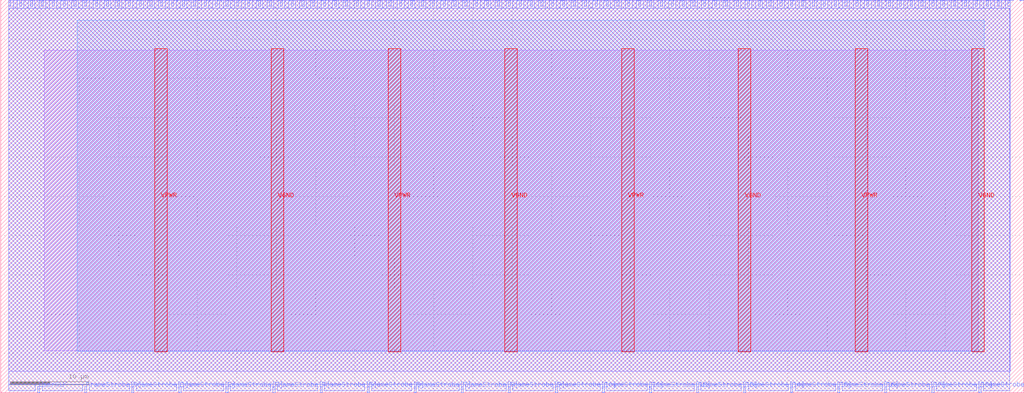
<source format=lef>
VERSION 5.7 ;
  NOWIREEXTENSIONATPIN ON ;
  DIVIDERCHAR "/" ;
  BUSBITCHARS "[]" ;
MACRO S_term_RAM_IO
  CLASS BLOCK ;
  FOREIGN S_term_RAM_IO ;
  ORIGIN 0.000 0.000 ;
  SIZE 130.000 BY 50.000 ;
  PIN FrameStrobe[0]
    DIRECTION INPUT ;
    USE SIGNAL ;
    ANTENNAGATEAREA 0.196500 ;
    PORT
      LAYER met2 ;
        RECT 10.670 0.000 10.950 0.800 ;
    END
  END FrameStrobe[0]
  PIN FrameStrobe[10]
    DIRECTION INPUT ;
    USE SIGNAL ;
    ANTENNAGATEAREA 0.196500 ;
    PORT
      LAYER met2 ;
        RECT 70.470 0.000 70.750 0.800 ;
    END
  END FrameStrobe[10]
  PIN FrameStrobe[11]
    DIRECTION INPUT ;
    USE SIGNAL ;
    ANTENNAGATEAREA 0.196500 ;
    PORT
      LAYER met2 ;
        RECT 76.450 0.000 76.730 0.800 ;
    END
  END FrameStrobe[11]
  PIN FrameStrobe[12]
    DIRECTION INPUT ;
    USE SIGNAL ;
    ANTENNAGATEAREA 0.196500 ;
    PORT
      LAYER met2 ;
        RECT 82.430 0.000 82.710 0.800 ;
    END
  END FrameStrobe[12]
  PIN FrameStrobe[13]
    DIRECTION INPUT ;
    USE SIGNAL ;
    ANTENNAGATEAREA 0.196500 ;
    PORT
      LAYER met2 ;
        RECT 88.410 0.000 88.690 0.800 ;
    END
  END FrameStrobe[13]
  PIN FrameStrobe[14]
    DIRECTION INPUT ;
    USE SIGNAL ;
    ANTENNAGATEAREA 0.196500 ;
    PORT
      LAYER met2 ;
        RECT 94.390 0.000 94.670 0.800 ;
    END
  END FrameStrobe[14]
  PIN FrameStrobe[15]
    DIRECTION INPUT ;
    USE SIGNAL ;
    ANTENNAGATEAREA 0.196500 ;
    PORT
      LAYER met2 ;
        RECT 100.370 0.000 100.650 0.800 ;
    END
  END FrameStrobe[15]
  PIN FrameStrobe[16]
    DIRECTION INPUT ;
    USE SIGNAL ;
    ANTENNAGATEAREA 0.196500 ;
    PORT
      LAYER met2 ;
        RECT 106.350 0.000 106.630 0.800 ;
    END
  END FrameStrobe[16]
  PIN FrameStrobe[17]
    DIRECTION INPUT ;
    USE SIGNAL ;
    ANTENNAGATEAREA 0.196500 ;
    PORT
      LAYER met2 ;
        RECT 112.330 0.000 112.610 0.800 ;
    END
  END FrameStrobe[17]
  PIN FrameStrobe[18]
    DIRECTION INPUT ;
    USE SIGNAL ;
    ANTENNAGATEAREA 0.196500 ;
    PORT
      LAYER met2 ;
        RECT 118.310 0.000 118.590 0.800 ;
    END
  END FrameStrobe[18]
  PIN FrameStrobe[19]
    DIRECTION INPUT ;
    USE SIGNAL ;
    ANTENNAGATEAREA 0.196500 ;
    PORT
      LAYER met2 ;
        RECT 124.290 0.000 124.570 0.800 ;
    END
  END FrameStrobe[19]
  PIN FrameStrobe[1]
    DIRECTION INPUT ;
    USE SIGNAL ;
    ANTENNAGATEAREA 0.196500 ;
    PORT
      LAYER met2 ;
        RECT 16.650 0.000 16.930 0.800 ;
    END
  END FrameStrobe[1]
  PIN FrameStrobe[2]
    DIRECTION INPUT ;
    USE SIGNAL ;
    ANTENNAGATEAREA 0.196500 ;
    PORT
      LAYER met2 ;
        RECT 22.630 0.000 22.910 0.800 ;
    END
  END FrameStrobe[2]
  PIN FrameStrobe[3]
    DIRECTION INPUT ;
    USE SIGNAL ;
    ANTENNAGATEAREA 0.196500 ;
    PORT
      LAYER met2 ;
        RECT 28.610 0.000 28.890 0.800 ;
    END
  END FrameStrobe[3]
  PIN FrameStrobe[4]
    DIRECTION INPUT ;
    USE SIGNAL ;
    ANTENNAGATEAREA 0.196500 ;
    PORT
      LAYER met2 ;
        RECT 34.590 0.000 34.870 0.800 ;
    END
  END FrameStrobe[4]
  PIN FrameStrobe[5]
    DIRECTION INPUT ;
    USE SIGNAL ;
    ANTENNAGATEAREA 0.196500 ;
    PORT
      LAYER met2 ;
        RECT 40.570 0.000 40.850 0.800 ;
    END
  END FrameStrobe[5]
  PIN FrameStrobe[6]
    DIRECTION INPUT ;
    USE SIGNAL ;
    ANTENNAGATEAREA 0.196500 ;
    PORT
      LAYER met2 ;
        RECT 46.550 0.000 46.830 0.800 ;
    END
  END FrameStrobe[6]
  PIN FrameStrobe[7]
    DIRECTION INPUT ;
    USE SIGNAL ;
    ANTENNAGATEAREA 0.196500 ;
    PORT
      LAYER met2 ;
        RECT 52.530 0.000 52.810 0.800 ;
    END
  END FrameStrobe[7]
  PIN FrameStrobe[8]
    DIRECTION INPUT ;
    USE SIGNAL ;
    ANTENNAGATEAREA 0.196500 ;
    PORT
      LAYER met2 ;
        RECT 58.510 0.000 58.790 0.800 ;
    END
  END FrameStrobe[8]
  PIN FrameStrobe[9]
    DIRECTION INPUT ;
    USE SIGNAL ;
    ANTENNAGATEAREA 0.196500 ;
    PORT
      LAYER met2 ;
        RECT 64.490 0.000 64.770 0.800 ;
    END
  END FrameStrobe[9]
  PIN FrameStrobe_O[0]
    DIRECTION OUTPUT TRISTATE ;
    USE SIGNAL ;
    ANTENNADIFFAREA 0.795200 ;
    PORT
      LAYER met2 ;
        RECT 101.750 49.200 102.030 50.000 ;
    END
  END FrameStrobe_O[0]
  PIN FrameStrobe_O[10]
    DIRECTION OUTPUT TRISTATE ;
    USE SIGNAL ;
    ANTENNADIFFAREA 0.795200 ;
    PORT
      LAYER met2 ;
        RECT 115.550 49.200 115.830 50.000 ;
    END
  END FrameStrobe_O[10]
  PIN FrameStrobe_O[11]
    DIRECTION OUTPUT TRISTATE ;
    USE SIGNAL ;
    ANTENNADIFFAREA 0.795200 ;
    PORT
      LAYER met2 ;
        RECT 116.930 49.200 117.210 50.000 ;
    END
  END FrameStrobe_O[11]
  PIN FrameStrobe_O[12]
    DIRECTION OUTPUT TRISTATE ;
    USE SIGNAL ;
    ANTENNADIFFAREA 0.795200 ;
    PORT
      LAYER met2 ;
        RECT 118.310 49.200 118.590 50.000 ;
    END
  END FrameStrobe_O[12]
  PIN FrameStrobe_O[13]
    DIRECTION OUTPUT TRISTATE ;
    USE SIGNAL ;
    ANTENNADIFFAREA 0.795200 ;
    PORT
      LAYER met2 ;
        RECT 119.690 49.200 119.970 50.000 ;
    END
  END FrameStrobe_O[13]
  PIN FrameStrobe_O[14]
    DIRECTION OUTPUT TRISTATE ;
    USE SIGNAL ;
    ANTENNADIFFAREA 0.795200 ;
    PORT
      LAYER met2 ;
        RECT 121.070 49.200 121.350 50.000 ;
    END
  END FrameStrobe_O[14]
  PIN FrameStrobe_O[15]
    DIRECTION OUTPUT TRISTATE ;
    USE SIGNAL ;
    ANTENNADIFFAREA 0.795200 ;
    PORT
      LAYER met2 ;
        RECT 122.450 49.200 122.730 50.000 ;
    END
  END FrameStrobe_O[15]
  PIN FrameStrobe_O[16]
    DIRECTION OUTPUT TRISTATE ;
    USE SIGNAL ;
    ANTENNADIFFAREA 0.795200 ;
    PORT
      LAYER met2 ;
        RECT 123.830 49.200 124.110 50.000 ;
    END
  END FrameStrobe_O[16]
  PIN FrameStrobe_O[17]
    DIRECTION OUTPUT TRISTATE ;
    USE SIGNAL ;
    ANTENNADIFFAREA 0.795200 ;
    PORT
      LAYER met2 ;
        RECT 125.210 49.200 125.490 50.000 ;
    END
  END FrameStrobe_O[17]
  PIN FrameStrobe_O[18]
    DIRECTION OUTPUT TRISTATE ;
    USE SIGNAL ;
    ANTENNADIFFAREA 0.795200 ;
    PORT
      LAYER met2 ;
        RECT 126.590 49.200 126.870 50.000 ;
    END
  END FrameStrobe_O[18]
  PIN FrameStrobe_O[19]
    DIRECTION OUTPUT TRISTATE ;
    USE SIGNAL ;
    ANTENNADIFFAREA 0.795200 ;
    PORT
      LAYER met2 ;
        RECT 127.970 49.200 128.250 50.000 ;
    END
  END FrameStrobe_O[19]
  PIN FrameStrobe_O[1]
    DIRECTION OUTPUT TRISTATE ;
    USE SIGNAL ;
    ANTENNADIFFAREA 0.795200 ;
    PORT
      LAYER met2 ;
        RECT 103.130 49.200 103.410 50.000 ;
    END
  END FrameStrobe_O[1]
  PIN FrameStrobe_O[2]
    DIRECTION OUTPUT TRISTATE ;
    USE SIGNAL ;
    ANTENNADIFFAREA 0.445500 ;
    PORT
      LAYER met2 ;
        RECT 104.510 49.200 104.790 50.000 ;
    END
  END FrameStrobe_O[2]
  PIN FrameStrobe_O[3]
    DIRECTION OUTPUT TRISTATE ;
    USE SIGNAL ;
    ANTENNADIFFAREA 0.445500 ;
    PORT
      LAYER met2 ;
        RECT 105.890 49.200 106.170 50.000 ;
    END
  END FrameStrobe_O[3]
  PIN FrameStrobe_O[4]
    DIRECTION OUTPUT TRISTATE ;
    USE SIGNAL ;
    ANTENNADIFFAREA 0.795200 ;
    PORT
      LAYER met2 ;
        RECT 107.270 49.200 107.550 50.000 ;
    END
  END FrameStrobe_O[4]
  PIN FrameStrobe_O[5]
    DIRECTION OUTPUT TRISTATE ;
    USE SIGNAL ;
    ANTENNADIFFAREA 0.795200 ;
    PORT
      LAYER met2 ;
        RECT 108.650 49.200 108.930 50.000 ;
    END
  END FrameStrobe_O[5]
  PIN FrameStrobe_O[6]
    DIRECTION OUTPUT TRISTATE ;
    USE SIGNAL ;
    ANTENNADIFFAREA 0.795200 ;
    PORT
      LAYER met2 ;
        RECT 110.030 49.200 110.310 50.000 ;
    END
  END FrameStrobe_O[6]
  PIN FrameStrobe_O[7]
    DIRECTION OUTPUT TRISTATE ;
    USE SIGNAL ;
    ANTENNADIFFAREA 0.795200 ;
    PORT
      LAYER met2 ;
        RECT 111.410 49.200 111.690 50.000 ;
    END
  END FrameStrobe_O[7]
  PIN FrameStrobe_O[8]
    DIRECTION OUTPUT TRISTATE ;
    USE SIGNAL ;
    ANTENNADIFFAREA 0.795200 ;
    PORT
      LAYER met2 ;
        RECT 112.790 49.200 113.070 50.000 ;
    END
  END FrameStrobe_O[8]
  PIN FrameStrobe_O[9]
    DIRECTION OUTPUT TRISTATE ;
    USE SIGNAL ;
    ANTENNADIFFAREA 0.795200 ;
    PORT
      LAYER met2 ;
        RECT 114.170 49.200 114.450 50.000 ;
    END
  END FrameStrobe_O[9]
  PIN N1BEG[0]
    DIRECTION OUTPUT TRISTATE ;
    USE SIGNAL ;
    ANTENNADIFFAREA 0.795200 ;
    PORT
      LAYER met2 ;
        RECT 1.010 49.200 1.290 50.000 ;
    END
  END N1BEG[0]
  PIN N1BEG[1]
    DIRECTION OUTPUT TRISTATE ;
    USE SIGNAL ;
    ANTENNADIFFAREA 0.795200 ;
    PORT
      LAYER met2 ;
        RECT 2.390 49.200 2.670 50.000 ;
    END
  END N1BEG[1]
  PIN N1BEG[2]
    DIRECTION OUTPUT TRISTATE ;
    USE SIGNAL ;
    ANTENNADIFFAREA 0.795200 ;
    PORT
      LAYER met2 ;
        RECT 3.770 49.200 4.050 50.000 ;
    END
  END N1BEG[2]
  PIN N1BEG[3]
    DIRECTION OUTPUT TRISTATE ;
    USE SIGNAL ;
    ANTENNADIFFAREA 0.795200 ;
    PORT
      LAYER met2 ;
        RECT 5.150 49.200 5.430 50.000 ;
    END
  END N1BEG[3]
  PIN N2BEG[0]
    DIRECTION OUTPUT TRISTATE ;
    USE SIGNAL ;
    ANTENNADIFFAREA 0.795200 ;
    PORT
      LAYER met2 ;
        RECT 6.530 49.200 6.810 50.000 ;
    END
  END N2BEG[0]
  PIN N2BEG[1]
    DIRECTION OUTPUT TRISTATE ;
    USE SIGNAL ;
    ANTENNADIFFAREA 0.795200 ;
    PORT
      LAYER met2 ;
        RECT 7.910 49.200 8.190 50.000 ;
    END
  END N2BEG[1]
  PIN N2BEG[2]
    DIRECTION OUTPUT TRISTATE ;
    USE SIGNAL ;
    ANTENNADIFFAREA 0.795200 ;
    PORT
      LAYER met2 ;
        RECT 9.290 49.200 9.570 50.000 ;
    END
  END N2BEG[2]
  PIN N2BEG[3]
    DIRECTION OUTPUT TRISTATE ;
    USE SIGNAL ;
    ANTENNADIFFAREA 0.795200 ;
    PORT
      LAYER met2 ;
        RECT 10.670 49.200 10.950 50.000 ;
    END
  END N2BEG[3]
  PIN N2BEG[4]
    DIRECTION OUTPUT TRISTATE ;
    USE SIGNAL ;
    ANTENNADIFFAREA 0.795200 ;
    PORT
      LAYER met2 ;
        RECT 12.050 49.200 12.330 50.000 ;
    END
  END N2BEG[4]
  PIN N2BEG[5]
    DIRECTION OUTPUT TRISTATE ;
    USE SIGNAL ;
    ANTENNADIFFAREA 0.795200 ;
    PORT
      LAYER met2 ;
        RECT 13.430 49.200 13.710 50.000 ;
    END
  END N2BEG[5]
  PIN N2BEG[6]
    DIRECTION OUTPUT TRISTATE ;
    USE SIGNAL ;
    ANTENNADIFFAREA 0.795200 ;
    PORT
      LAYER met2 ;
        RECT 14.810 49.200 15.090 50.000 ;
    END
  END N2BEG[6]
  PIN N2BEG[7]
    DIRECTION OUTPUT TRISTATE ;
    USE SIGNAL ;
    ANTENNADIFFAREA 0.795200 ;
    PORT
      LAYER met2 ;
        RECT 16.190 49.200 16.470 50.000 ;
    END
  END N2BEG[7]
  PIN N2BEGb[0]
    DIRECTION OUTPUT TRISTATE ;
    USE SIGNAL ;
    ANTENNADIFFAREA 0.445500 ;
    PORT
      LAYER met2 ;
        RECT 17.570 49.200 17.850 50.000 ;
    END
  END N2BEGb[0]
  PIN N2BEGb[1]
    DIRECTION OUTPUT TRISTATE ;
    USE SIGNAL ;
    ANTENNADIFFAREA 0.445500 ;
    PORT
      LAYER met2 ;
        RECT 18.950 49.200 19.230 50.000 ;
    END
  END N2BEGb[1]
  PIN N2BEGb[2]
    DIRECTION OUTPUT TRISTATE ;
    USE SIGNAL ;
    ANTENNADIFFAREA 0.795200 ;
    PORT
      LAYER met2 ;
        RECT 20.330 49.200 20.610 50.000 ;
    END
  END N2BEGb[2]
  PIN N2BEGb[3]
    DIRECTION OUTPUT TRISTATE ;
    USE SIGNAL ;
    ANTENNADIFFAREA 0.795200 ;
    PORT
      LAYER met2 ;
        RECT 21.710 49.200 21.990 50.000 ;
    END
  END N2BEGb[3]
  PIN N2BEGb[4]
    DIRECTION OUTPUT TRISTATE ;
    USE SIGNAL ;
    ANTENNADIFFAREA 0.445500 ;
    PORT
      LAYER met2 ;
        RECT 23.090 49.200 23.370 50.000 ;
    END
  END N2BEGb[4]
  PIN N2BEGb[5]
    DIRECTION OUTPUT TRISTATE ;
    USE SIGNAL ;
    ANTENNADIFFAREA 0.795200 ;
    PORT
      LAYER met2 ;
        RECT 24.470 49.200 24.750 50.000 ;
    END
  END N2BEGb[5]
  PIN N2BEGb[6]
    DIRECTION OUTPUT TRISTATE ;
    USE SIGNAL ;
    ANTENNADIFFAREA 0.445500 ;
    PORT
      LAYER met2 ;
        RECT 25.850 49.200 26.130 50.000 ;
    END
  END N2BEGb[6]
  PIN N2BEGb[7]
    DIRECTION OUTPUT TRISTATE ;
    USE SIGNAL ;
    ANTENNADIFFAREA 0.795200 ;
    PORT
      LAYER met2 ;
        RECT 27.230 49.200 27.510 50.000 ;
    END
  END N2BEGb[7]
  PIN N4BEG[0]
    DIRECTION OUTPUT TRISTATE ;
    USE SIGNAL ;
    ANTENNADIFFAREA 0.795200 ;
    PORT
      LAYER met2 ;
        RECT 28.610 49.200 28.890 50.000 ;
    END
  END N4BEG[0]
  PIN N4BEG[10]
    DIRECTION OUTPUT TRISTATE ;
    USE SIGNAL ;
    ANTENNADIFFAREA 0.795200 ;
    PORT
      LAYER met2 ;
        RECT 42.410 49.200 42.690 50.000 ;
    END
  END N4BEG[10]
  PIN N4BEG[11]
    DIRECTION OUTPUT TRISTATE ;
    USE SIGNAL ;
    ANTENNADIFFAREA 0.445500 ;
    PORT
      LAYER met2 ;
        RECT 43.790 49.200 44.070 50.000 ;
    END
  END N4BEG[11]
  PIN N4BEG[12]
    DIRECTION OUTPUT TRISTATE ;
    USE SIGNAL ;
    ANTENNADIFFAREA 0.445500 ;
    PORT
      LAYER met2 ;
        RECT 45.170 49.200 45.450 50.000 ;
    END
  END N4BEG[12]
  PIN N4BEG[13]
    DIRECTION OUTPUT TRISTATE ;
    USE SIGNAL ;
    ANTENNADIFFAREA 0.445500 ;
    PORT
      LAYER met2 ;
        RECT 46.550 49.200 46.830 50.000 ;
    END
  END N4BEG[13]
  PIN N4BEG[14]
    DIRECTION OUTPUT TRISTATE ;
    USE SIGNAL ;
    ANTENNADIFFAREA 0.795200 ;
    PORT
      LAYER met2 ;
        RECT 47.930 49.200 48.210 50.000 ;
    END
  END N4BEG[14]
  PIN N4BEG[15]
    DIRECTION OUTPUT TRISTATE ;
    USE SIGNAL ;
    ANTENNADIFFAREA 0.445500 ;
    PORT
      LAYER met2 ;
        RECT 49.310 49.200 49.590 50.000 ;
    END
  END N4BEG[15]
  PIN N4BEG[1]
    DIRECTION OUTPUT TRISTATE ;
    USE SIGNAL ;
    ANTENNADIFFAREA 0.795200 ;
    PORT
      LAYER met2 ;
        RECT 29.990 49.200 30.270 50.000 ;
    END
  END N4BEG[1]
  PIN N4BEG[2]
    DIRECTION OUTPUT TRISTATE ;
    USE SIGNAL ;
    ANTENNADIFFAREA 0.445500 ;
    PORT
      LAYER met2 ;
        RECT 31.370 49.200 31.650 50.000 ;
    END
  END N4BEG[2]
  PIN N4BEG[3]
    DIRECTION OUTPUT TRISTATE ;
    USE SIGNAL ;
    ANTENNADIFFAREA 0.795200 ;
    PORT
      LAYER met2 ;
        RECT 32.750 49.200 33.030 50.000 ;
    END
  END N4BEG[3]
  PIN N4BEG[4]
    DIRECTION OUTPUT TRISTATE ;
    USE SIGNAL ;
    ANTENNADIFFAREA 0.795200 ;
    PORT
      LAYER met2 ;
        RECT 34.130 49.200 34.410 50.000 ;
    END
  END N4BEG[4]
  PIN N4BEG[5]
    DIRECTION OUTPUT TRISTATE ;
    USE SIGNAL ;
    ANTENNADIFFAREA 0.795200 ;
    PORT
      LAYER met2 ;
        RECT 35.510 49.200 35.790 50.000 ;
    END
  END N4BEG[5]
  PIN N4BEG[6]
    DIRECTION OUTPUT TRISTATE ;
    USE SIGNAL ;
    ANTENNADIFFAREA 0.445500 ;
    PORT
      LAYER met2 ;
        RECT 36.890 49.200 37.170 50.000 ;
    END
  END N4BEG[6]
  PIN N4BEG[7]
    DIRECTION OUTPUT TRISTATE ;
    USE SIGNAL ;
    ANTENNADIFFAREA 0.445500 ;
    PORT
      LAYER met2 ;
        RECT 38.270 49.200 38.550 50.000 ;
    END
  END N4BEG[7]
  PIN N4BEG[8]
    DIRECTION OUTPUT TRISTATE ;
    USE SIGNAL ;
    ANTENNADIFFAREA 0.445500 ;
    PORT
      LAYER met2 ;
        RECT 39.650 49.200 39.930 50.000 ;
    END
  END N4BEG[8]
  PIN N4BEG[9]
    DIRECTION OUTPUT TRISTATE ;
    USE SIGNAL ;
    ANTENNADIFFAREA 0.795200 ;
    PORT
      LAYER met2 ;
        RECT 41.030 49.200 41.310 50.000 ;
    END
  END N4BEG[9]
  PIN S1END[0]
    DIRECTION INPUT ;
    USE SIGNAL ;
    ANTENNAGATEAREA 0.196500 ;
    PORT
      LAYER met2 ;
        RECT 50.690 49.200 50.970 50.000 ;
    END
  END S1END[0]
  PIN S1END[1]
    DIRECTION INPUT ;
    USE SIGNAL ;
    ANTENNAGATEAREA 0.196500 ;
    PORT
      LAYER met2 ;
        RECT 52.070 49.200 52.350 50.000 ;
    END
  END S1END[1]
  PIN S1END[2]
    DIRECTION INPUT ;
    USE SIGNAL ;
    ANTENNAGATEAREA 0.196500 ;
    PORT
      LAYER met2 ;
        RECT 53.450 49.200 53.730 50.000 ;
    END
  END S1END[2]
  PIN S1END[3]
    DIRECTION INPUT ;
    USE SIGNAL ;
    ANTENNAGATEAREA 0.196500 ;
    PORT
      LAYER met2 ;
        RECT 54.830 49.200 55.110 50.000 ;
    END
  END S1END[3]
  PIN S2END[0]
    DIRECTION INPUT ;
    USE SIGNAL ;
    ANTENNAGATEAREA 0.196500 ;
    PORT
      LAYER met2 ;
        RECT 56.210 49.200 56.490 50.000 ;
    END
  END S2END[0]
  PIN S2END[1]
    DIRECTION INPUT ;
    USE SIGNAL ;
    ANTENNAGATEAREA 0.196500 ;
    PORT
      LAYER met2 ;
        RECT 57.590 49.200 57.870 50.000 ;
    END
  END S2END[1]
  PIN S2END[2]
    DIRECTION INPUT ;
    USE SIGNAL ;
    ANTENNAGATEAREA 0.196500 ;
    PORT
      LAYER met2 ;
        RECT 58.970 49.200 59.250 50.000 ;
    END
  END S2END[2]
  PIN S2END[3]
    DIRECTION INPUT ;
    USE SIGNAL ;
    ANTENNAGATEAREA 0.196500 ;
    PORT
      LAYER met2 ;
        RECT 60.350 49.200 60.630 50.000 ;
    END
  END S2END[3]
  PIN S2END[4]
    DIRECTION INPUT ;
    USE SIGNAL ;
    ANTENNAGATEAREA 0.196500 ;
    PORT
      LAYER met2 ;
        RECT 61.730 49.200 62.010 50.000 ;
    END
  END S2END[4]
  PIN S2END[5]
    DIRECTION INPUT ;
    USE SIGNAL ;
    ANTENNAGATEAREA 0.196500 ;
    PORT
      LAYER met2 ;
        RECT 63.110 49.200 63.390 50.000 ;
    END
  END S2END[5]
  PIN S2END[6]
    DIRECTION INPUT ;
    USE SIGNAL ;
    ANTENNAGATEAREA 0.196500 ;
    PORT
      LAYER met2 ;
        RECT 64.490 49.200 64.770 50.000 ;
    END
  END S2END[6]
  PIN S2END[7]
    DIRECTION INPUT ;
    USE SIGNAL ;
    ANTENNAGATEAREA 0.196500 ;
    PORT
      LAYER met2 ;
        RECT 65.870 49.200 66.150 50.000 ;
    END
  END S2END[7]
  PIN S2MID[0]
    DIRECTION INPUT ;
    USE SIGNAL ;
    ANTENNAGATEAREA 0.196500 ;
    PORT
      LAYER met2 ;
        RECT 67.250 49.200 67.530 50.000 ;
    END
  END S2MID[0]
  PIN S2MID[1]
    DIRECTION INPUT ;
    USE SIGNAL ;
    ANTENNAGATEAREA 0.196500 ;
    PORT
      LAYER met2 ;
        RECT 68.630 49.200 68.910 50.000 ;
    END
  END S2MID[1]
  PIN S2MID[2]
    DIRECTION INPUT ;
    USE SIGNAL ;
    ANTENNAGATEAREA 0.196500 ;
    PORT
      LAYER met2 ;
        RECT 70.010 49.200 70.290 50.000 ;
    END
  END S2MID[2]
  PIN S2MID[3]
    DIRECTION INPUT ;
    USE SIGNAL ;
    ANTENNAGATEAREA 0.196500 ;
    PORT
      LAYER met2 ;
        RECT 71.390 49.200 71.670 50.000 ;
    END
  END S2MID[3]
  PIN S2MID[4]
    DIRECTION INPUT ;
    USE SIGNAL ;
    ANTENNAGATEAREA 0.196500 ;
    PORT
      LAYER met2 ;
        RECT 72.770 49.200 73.050 50.000 ;
    END
  END S2MID[4]
  PIN S2MID[5]
    DIRECTION INPUT ;
    USE SIGNAL ;
    ANTENNAGATEAREA 0.196500 ;
    PORT
      LAYER met2 ;
        RECT 74.150 49.200 74.430 50.000 ;
    END
  END S2MID[5]
  PIN S2MID[6]
    DIRECTION INPUT ;
    USE SIGNAL ;
    ANTENNAGATEAREA 0.196500 ;
    PORT
      LAYER met2 ;
        RECT 75.530 49.200 75.810 50.000 ;
    END
  END S2MID[6]
  PIN S2MID[7]
    DIRECTION INPUT ;
    USE SIGNAL ;
    ANTENNAGATEAREA 0.196500 ;
    PORT
      LAYER met2 ;
        RECT 76.910 49.200 77.190 50.000 ;
    END
  END S2MID[7]
  PIN S4END[0]
    DIRECTION INPUT ;
    USE SIGNAL ;
    ANTENNAGATEAREA 0.196500 ;
    PORT
      LAYER met2 ;
        RECT 78.290 49.200 78.570 50.000 ;
    END
  END S4END[0]
  PIN S4END[10]
    DIRECTION INPUT ;
    USE SIGNAL ;
    ANTENNAGATEAREA 0.196500 ;
    PORT
      LAYER met2 ;
        RECT 92.090 49.200 92.370 50.000 ;
    END
  END S4END[10]
  PIN S4END[11]
    DIRECTION INPUT ;
    USE SIGNAL ;
    ANTENNAGATEAREA 0.196500 ;
    PORT
      LAYER met2 ;
        RECT 93.470 49.200 93.750 50.000 ;
    END
  END S4END[11]
  PIN S4END[12]
    DIRECTION INPUT ;
    USE SIGNAL ;
    ANTENNAGATEAREA 0.196500 ;
    PORT
      LAYER met2 ;
        RECT 94.850 49.200 95.130 50.000 ;
    END
  END S4END[12]
  PIN S4END[13]
    DIRECTION INPUT ;
    USE SIGNAL ;
    ANTENNAGATEAREA 0.196500 ;
    PORT
      LAYER met2 ;
        RECT 96.230 49.200 96.510 50.000 ;
    END
  END S4END[13]
  PIN S4END[14]
    DIRECTION INPUT ;
    USE SIGNAL ;
    ANTENNAGATEAREA 0.196500 ;
    PORT
      LAYER met2 ;
        RECT 97.610 49.200 97.890 50.000 ;
    END
  END S4END[14]
  PIN S4END[15]
    DIRECTION INPUT ;
    USE SIGNAL ;
    ANTENNAGATEAREA 0.196500 ;
    PORT
      LAYER met2 ;
        RECT 98.990 49.200 99.270 50.000 ;
    END
  END S4END[15]
  PIN S4END[1]
    DIRECTION INPUT ;
    USE SIGNAL ;
    ANTENNAGATEAREA 0.196500 ;
    PORT
      LAYER met2 ;
        RECT 79.670 49.200 79.950 50.000 ;
    END
  END S4END[1]
  PIN S4END[2]
    DIRECTION INPUT ;
    USE SIGNAL ;
    ANTENNAGATEAREA 0.196500 ;
    PORT
      LAYER met2 ;
        RECT 81.050 49.200 81.330 50.000 ;
    END
  END S4END[2]
  PIN S4END[3]
    DIRECTION INPUT ;
    USE SIGNAL ;
    ANTENNAGATEAREA 0.196500 ;
    PORT
      LAYER met2 ;
        RECT 82.430 49.200 82.710 50.000 ;
    END
  END S4END[3]
  PIN S4END[4]
    DIRECTION INPUT ;
    USE SIGNAL ;
    ANTENNAGATEAREA 0.196500 ;
    PORT
      LAYER met2 ;
        RECT 83.810 49.200 84.090 50.000 ;
    END
  END S4END[4]
  PIN S4END[5]
    DIRECTION INPUT ;
    USE SIGNAL ;
    ANTENNAGATEAREA 0.196500 ;
    PORT
      LAYER met2 ;
        RECT 85.190 49.200 85.470 50.000 ;
    END
  END S4END[5]
  PIN S4END[6]
    DIRECTION INPUT ;
    USE SIGNAL ;
    ANTENNAGATEAREA 0.196500 ;
    PORT
      LAYER met2 ;
        RECT 86.570 49.200 86.850 50.000 ;
    END
  END S4END[6]
  PIN S4END[7]
    DIRECTION INPUT ;
    USE SIGNAL ;
    ANTENNAGATEAREA 0.196500 ;
    PORT
      LAYER met2 ;
        RECT 87.950 49.200 88.230 50.000 ;
    END
  END S4END[7]
  PIN S4END[8]
    DIRECTION INPUT ;
    USE SIGNAL ;
    ANTENNAGATEAREA 0.196500 ;
    PORT
      LAYER met2 ;
        RECT 89.330 49.200 89.610 50.000 ;
    END
  END S4END[8]
  PIN S4END[9]
    DIRECTION INPUT ;
    USE SIGNAL ;
    ANTENNAGATEAREA 0.196500 ;
    PORT
      LAYER met2 ;
        RECT 90.710 49.200 90.990 50.000 ;
    END
  END S4END[9]
  PIN UserCLK
    DIRECTION INPUT ;
    USE SIGNAL ;
    ANTENNAGATEAREA 0.196500 ;
    PORT
      LAYER met2 ;
        RECT 4.690 0.000 4.970 0.800 ;
    END
  END UserCLK
  PIN UserCLKo
    DIRECTION OUTPUT TRISTATE ;
    USE SIGNAL ;
    ANTENNADIFFAREA 0.445500 ;
    PORT
      LAYER met2 ;
        RECT 100.370 49.200 100.650 50.000 ;
    END
  END UserCLKo
  PIN VGND
    DIRECTION INOUT ;
    USE GROUND ;
    PORT
      LAYER met4 ;
        RECT 34.390 5.200 35.990 43.760 ;
    END
    PORT
      LAYER met4 ;
        RECT 64.060 5.200 65.660 43.760 ;
    END
    PORT
      LAYER met4 ;
        RECT 93.730 5.200 95.330 43.760 ;
    END
    PORT
      LAYER met4 ;
        RECT 123.400 5.200 125.000 43.760 ;
    END
  END VGND
  PIN VPWR
    DIRECTION INOUT ;
    USE POWER ;
    PORT
      LAYER met4 ;
        RECT 19.555 5.200 21.155 43.760 ;
    END
    PORT
      LAYER met4 ;
        RECT 49.225 5.200 50.825 43.760 ;
    END
    PORT
      LAYER met4 ;
        RECT 78.895 5.200 80.495 43.760 ;
    END
    PORT
      LAYER met4 ;
        RECT 108.565 5.200 110.165 43.760 ;
    END
  END VPWR
  OBS
      LAYER li1 ;
        RECT 5.520 5.355 124.200 43.605 ;
      LAYER met1 ;
        RECT 0.990 2.760 128.270 49.940 ;
      LAYER met2 ;
        RECT 1.570 48.920 2.110 49.970 ;
        RECT 2.950 48.920 3.490 49.970 ;
        RECT 4.330 48.920 4.870 49.970 ;
        RECT 5.710 48.920 6.250 49.970 ;
        RECT 7.090 48.920 7.630 49.970 ;
        RECT 8.470 48.920 9.010 49.970 ;
        RECT 9.850 48.920 10.390 49.970 ;
        RECT 11.230 48.920 11.770 49.970 ;
        RECT 12.610 48.920 13.150 49.970 ;
        RECT 13.990 48.920 14.530 49.970 ;
        RECT 15.370 48.920 15.910 49.970 ;
        RECT 16.750 48.920 17.290 49.970 ;
        RECT 18.130 48.920 18.670 49.970 ;
        RECT 19.510 48.920 20.050 49.970 ;
        RECT 20.890 48.920 21.430 49.970 ;
        RECT 22.270 48.920 22.810 49.970 ;
        RECT 23.650 48.920 24.190 49.970 ;
        RECT 25.030 48.920 25.570 49.970 ;
        RECT 26.410 48.920 26.950 49.970 ;
        RECT 27.790 48.920 28.330 49.970 ;
        RECT 29.170 48.920 29.710 49.970 ;
        RECT 30.550 48.920 31.090 49.970 ;
        RECT 31.930 48.920 32.470 49.970 ;
        RECT 33.310 48.920 33.850 49.970 ;
        RECT 34.690 48.920 35.230 49.970 ;
        RECT 36.070 48.920 36.610 49.970 ;
        RECT 37.450 48.920 37.990 49.970 ;
        RECT 38.830 48.920 39.370 49.970 ;
        RECT 40.210 48.920 40.750 49.970 ;
        RECT 41.590 48.920 42.130 49.970 ;
        RECT 42.970 48.920 43.510 49.970 ;
        RECT 44.350 48.920 44.890 49.970 ;
        RECT 45.730 48.920 46.270 49.970 ;
        RECT 47.110 48.920 47.650 49.970 ;
        RECT 48.490 48.920 49.030 49.970 ;
        RECT 49.870 48.920 50.410 49.970 ;
        RECT 51.250 48.920 51.790 49.970 ;
        RECT 52.630 48.920 53.170 49.970 ;
        RECT 54.010 48.920 54.550 49.970 ;
        RECT 55.390 48.920 55.930 49.970 ;
        RECT 56.770 48.920 57.310 49.970 ;
        RECT 58.150 48.920 58.690 49.970 ;
        RECT 59.530 48.920 60.070 49.970 ;
        RECT 60.910 48.920 61.450 49.970 ;
        RECT 62.290 48.920 62.830 49.970 ;
        RECT 63.670 48.920 64.210 49.970 ;
        RECT 65.050 48.920 65.590 49.970 ;
        RECT 66.430 48.920 66.970 49.970 ;
        RECT 67.810 48.920 68.350 49.970 ;
        RECT 69.190 48.920 69.730 49.970 ;
        RECT 70.570 48.920 71.110 49.970 ;
        RECT 71.950 48.920 72.490 49.970 ;
        RECT 73.330 48.920 73.870 49.970 ;
        RECT 74.710 48.920 75.250 49.970 ;
        RECT 76.090 48.920 76.630 49.970 ;
        RECT 77.470 48.920 78.010 49.970 ;
        RECT 78.850 48.920 79.390 49.970 ;
        RECT 80.230 48.920 80.770 49.970 ;
        RECT 81.610 48.920 82.150 49.970 ;
        RECT 82.990 48.920 83.530 49.970 ;
        RECT 84.370 48.920 84.910 49.970 ;
        RECT 85.750 48.920 86.290 49.970 ;
        RECT 87.130 48.920 87.670 49.970 ;
        RECT 88.510 48.920 89.050 49.970 ;
        RECT 89.890 48.920 90.430 49.970 ;
        RECT 91.270 48.920 91.810 49.970 ;
        RECT 92.650 48.920 93.190 49.970 ;
        RECT 94.030 48.920 94.570 49.970 ;
        RECT 95.410 48.920 95.950 49.970 ;
        RECT 96.790 48.920 97.330 49.970 ;
        RECT 98.170 48.920 98.710 49.970 ;
        RECT 99.550 48.920 100.090 49.970 ;
        RECT 100.930 48.920 101.470 49.970 ;
        RECT 102.310 48.920 102.850 49.970 ;
        RECT 103.690 48.920 104.230 49.970 ;
        RECT 105.070 48.920 105.610 49.970 ;
        RECT 106.450 48.920 106.990 49.970 ;
        RECT 107.830 48.920 108.370 49.970 ;
        RECT 109.210 48.920 109.750 49.970 ;
        RECT 110.590 48.920 111.130 49.970 ;
        RECT 111.970 48.920 112.510 49.970 ;
        RECT 113.350 48.920 113.890 49.970 ;
        RECT 114.730 48.920 115.270 49.970 ;
        RECT 116.110 48.920 116.650 49.970 ;
        RECT 117.490 48.920 118.030 49.970 ;
        RECT 118.870 48.920 119.410 49.970 ;
        RECT 120.250 48.920 120.790 49.970 ;
        RECT 121.630 48.920 122.170 49.970 ;
        RECT 123.010 48.920 123.550 49.970 ;
        RECT 124.390 48.920 124.930 49.970 ;
        RECT 125.770 48.920 126.310 49.970 ;
        RECT 127.150 48.920 127.690 49.970 ;
        RECT 1.020 1.080 128.240 48.920 ;
        RECT 1.020 0.270 4.410 1.080 ;
        RECT 5.250 0.270 10.390 1.080 ;
        RECT 11.230 0.270 16.370 1.080 ;
        RECT 17.210 0.270 22.350 1.080 ;
        RECT 23.190 0.270 28.330 1.080 ;
        RECT 29.170 0.270 34.310 1.080 ;
        RECT 35.150 0.270 40.290 1.080 ;
        RECT 41.130 0.270 46.270 1.080 ;
        RECT 47.110 0.270 52.250 1.080 ;
        RECT 53.090 0.270 58.230 1.080 ;
        RECT 59.070 0.270 64.210 1.080 ;
        RECT 65.050 0.270 70.190 1.080 ;
        RECT 71.030 0.270 76.170 1.080 ;
        RECT 77.010 0.270 82.150 1.080 ;
        RECT 82.990 0.270 88.130 1.080 ;
        RECT 88.970 0.270 94.110 1.080 ;
        RECT 94.950 0.270 100.090 1.080 ;
        RECT 100.930 0.270 106.070 1.080 ;
        RECT 106.910 0.270 112.050 1.080 ;
        RECT 112.890 0.270 118.030 1.080 ;
        RECT 118.870 0.270 124.010 1.080 ;
        RECT 124.850 0.270 128.240 1.080 ;
      LAYER met3 ;
        RECT 9.725 5.275 124.990 47.425 ;
  END
END S_term_RAM_IO
END LIBRARY


</source>
